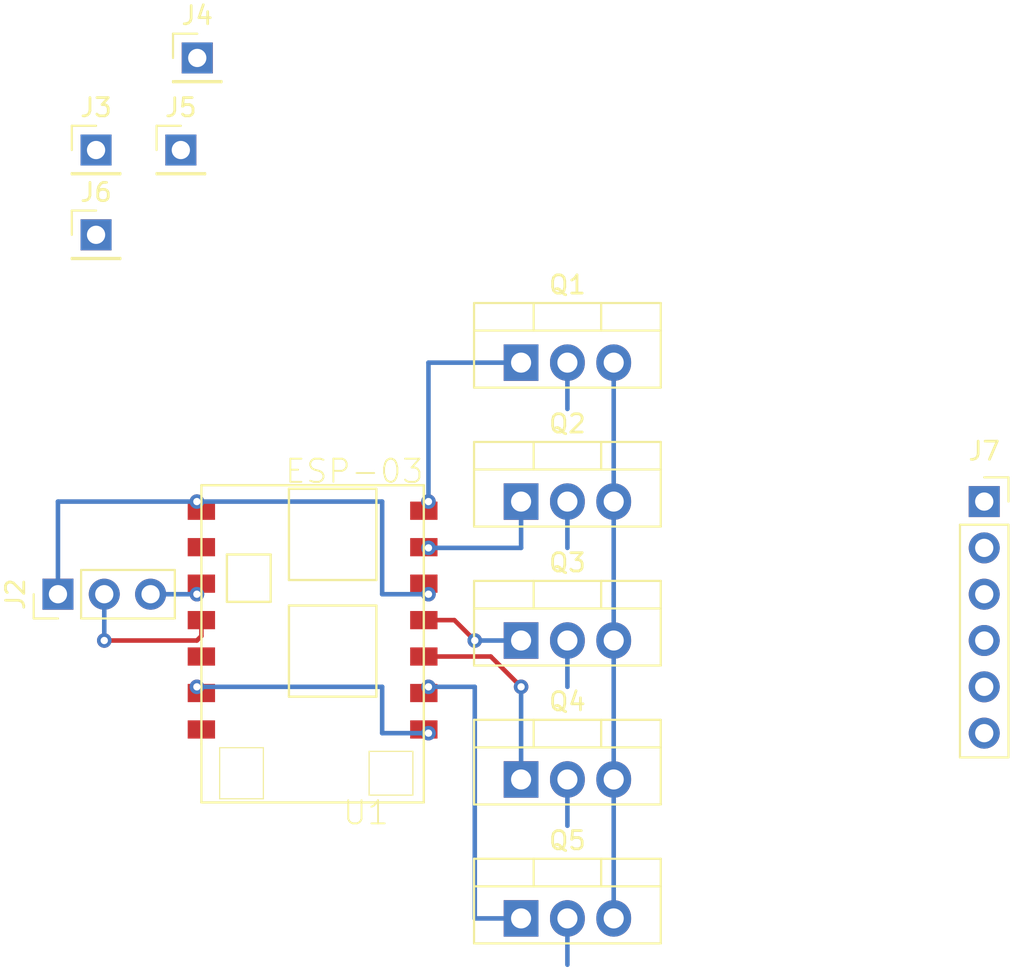
<source format=kicad_pcb>
(kicad_pcb (version 20171130) (host pcbnew 5.1.9+dfsg1-1)

  (general
    (thickness 1.6)
    (drawings 0)
    (tracks 67)
    (zones 0)
    (modules 12)
    (nets 16)
  )

  (page A4)
  (layers
    (0 F.Cu signal)
    (31 B.Cu signal)
    (32 B.Adhes user)
    (33 F.Adhes user)
    (34 B.Paste user)
    (35 F.Paste user)
    (36 B.SilkS user)
    (37 F.SilkS user)
    (38 B.Mask user)
    (39 F.Mask user)
    (40 Dwgs.User user)
    (41 Cmts.User user)
    (42 Eco1.User user)
    (43 Eco2.User user)
    (44 Edge.Cuts user)
    (45 Margin user)
    (46 B.CrtYd user)
    (47 F.CrtYd user)
    (48 B.Fab user)
    (49 F.Fab user)
  )

  (setup
    (last_trace_width 0.25)
    (trace_clearance 0.2)
    (zone_clearance 0.508)
    (zone_45_only no)
    (trace_min 0.2)
    (via_size 0.8)
    (via_drill 0.4)
    (via_min_size 0.4)
    (via_min_drill 0.3)
    (uvia_size 0.3)
    (uvia_drill 0.1)
    (uvias_allowed no)
    (uvia_min_size 0.2)
    (uvia_min_drill 0.1)
    (edge_width 0.1)
    (segment_width 0.2)
    (pcb_text_width 0.3)
    (pcb_text_size 1.5 1.5)
    (mod_edge_width 0.15)
    (mod_text_size 1 1)
    (mod_text_width 0.15)
    (pad_size 1.524 1.524)
    (pad_drill 0.762)
    (pad_to_mask_clearance 0)
    (aux_axis_origin 0 0)
    (visible_elements FFFFFF7F)
    (pcbplotparams
      (layerselection 0x010fc_ffffffff)
      (usegerberextensions false)
      (usegerberattributes true)
      (usegerberadvancedattributes true)
      (creategerberjobfile true)
      (excludeedgelayer true)
      (linewidth 0.100000)
      (plotframeref false)
      (viasonmask false)
      (mode 1)
      (useauxorigin false)
      (hpglpennumber 1)
      (hpglpenspeed 20)
      (hpglpendiameter 15.000000)
      (psnegative false)
      (psa4output false)
      (plotreference true)
      (plotvalue true)
      (plotinvisibletext false)
      (padsonsilk false)
      (subtractmaskfromsilk false)
      (outputformat 1)
      (mirror false)
      (drillshape 1)
      (scaleselection 1)
      (outputdirectory ""))
  )

  (net 0 "")
  (net 1 "Net-(J2-Pad2)")
  (net 2 GND)
  (net 3 "Net-(D1-Pad1)")
  (net 4 "Net-(J6-Pad1)")
  (net 5 "Net-(J7-Pad2)")
  (net 6 "Net-(Q1-Pad1)")
  (net 7 "Net-(J7-Pad3)")
  (net 8 "Net-(Q2-Pad1)")
  (net 9 "Net-(J7-Pad4)")
  (net 10 "Net-(Q3-Pad1)")
  (net 11 "Net-(J7-Pad5)")
  (net 12 "Net-(Q4-Pad1)")
  (net 13 "Net-(J7-Pad6)")
  (net 14 "Net-(Q5-Pad1)")
  (net 15 "Net-(J2-Pad3)")

  (net_class Default "Dies ist die voreingestellte Netzklasse."
    (clearance 0.2)
    (trace_width 0.25)
    (via_dia 0.8)
    (via_drill 0.4)
    (uvia_dia 0.3)
    (uvia_drill 0.1)
    (add_net GND)
    (add_net "Net-(D1-Pad1)")
    (add_net "Net-(J2-Pad2)")
    (add_net "Net-(J2-Pad3)")
    (add_net "Net-(J6-Pad1)")
    (add_net "Net-(J7-Pad2)")
    (add_net "Net-(J7-Pad3)")
    (add_net "Net-(J7-Pad4)")
    (add_net "Net-(J7-Pad5)")
    (add_net "Net-(J7-Pad6)")
    (add_net "Net-(Q1-Pad1)")
    (add_net "Net-(Q2-Pad1)")
    (add_net "Net-(Q3-Pad1)")
    (add_net "Net-(Q4-Pad1)")
    (add_net "Net-(Q5-Pad1)")
    (add_net "Net-(U1-Pad2)")
    (add_net "Net-(U1-Pad5)")
    (add_net "Net-(U1-Pad7)")
  )

  (module Connector_PinSocket_2.54mm:PinSocket_1x06_P2.54mm_Vertical (layer F.Cu) (tedit 5A19A430) (tstamp 601DCD2B)
    (at 121.92 114.3)
    (descr "Through hole straight socket strip, 1x06, 2.54mm pitch, single row (from Kicad 4.0.7), script generated")
    (tags "Through hole socket strip THT 1x06 2.54mm single row")
    (path /60248170)
    (fp_text reference J7 (at 0 -2.77) (layer F.SilkS)
      (effects (font (size 1 1) (thickness 0.15)))
    )
    (fp_text value Bulbs (at 0 15.47) (layer F.Fab)
      (effects (font (size 1 1) (thickness 0.15)))
    )
    (fp_text user %R (at 0 6.35 90) (layer F.Fab)
      (effects (font (size 1 1) (thickness 0.15)))
    )
    (fp_line (start -1.27 -1.27) (end 0.635 -1.27) (layer F.Fab) (width 0.1))
    (fp_line (start 0.635 -1.27) (end 1.27 -0.635) (layer F.Fab) (width 0.1))
    (fp_line (start 1.27 -0.635) (end 1.27 13.97) (layer F.Fab) (width 0.1))
    (fp_line (start 1.27 13.97) (end -1.27 13.97) (layer F.Fab) (width 0.1))
    (fp_line (start -1.27 13.97) (end -1.27 -1.27) (layer F.Fab) (width 0.1))
    (fp_line (start -1.33 1.27) (end 1.33 1.27) (layer F.SilkS) (width 0.12))
    (fp_line (start -1.33 1.27) (end -1.33 14.03) (layer F.SilkS) (width 0.12))
    (fp_line (start -1.33 14.03) (end 1.33 14.03) (layer F.SilkS) (width 0.12))
    (fp_line (start 1.33 1.27) (end 1.33 14.03) (layer F.SilkS) (width 0.12))
    (fp_line (start 1.33 -1.33) (end 1.33 0) (layer F.SilkS) (width 0.12))
    (fp_line (start 0 -1.33) (end 1.33 -1.33) (layer F.SilkS) (width 0.12))
    (fp_line (start -1.8 -1.8) (end 1.75 -1.8) (layer F.CrtYd) (width 0.05))
    (fp_line (start 1.75 -1.8) (end 1.75 14.45) (layer F.CrtYd) (width 0.05))
    (fp_line (start 1.75 14.45) (end -1.8 14.45) (layer F.CrtYd) (width 0.05))
    (fp_line (start -1.8 14.45) (end -1.8 -1.8) (layer F.CrtYd) (width 0.05))
    (pad 6 thru_hole oval (at 0 12.7) (size 1.7 1.7) (drill 1) (layers *.Cu *.Mask)
      (net 13 "Net-(J7-Pad6)"))
    (pad 5 thru_hole oval (at 0 10.16) (size 1.7 1.7) (drill 1) (layers *.Cu *.Mask)
      (net 11 "Net-(J7-Pad5)"))
    (pad 4 thru_hole oval (at 0 7.62) (size 1.7 1.7) (drill 1) (layers *.Cu *.Mask)
      (net 9 "Net-(J7-Pad4)"))
    (pad 3 thru_hole oval (at 0 5.08) (size 1.7 1.7) (drill 1) (layers *.Cu *.Mask)
      (net 7 "Net-(J7-Pad3)"))
    (pad 2 thru_hole oval (at 0 2.54) (size 1.7 1.7) (drill 1) (layers *.Cu *.Mask)
      (net 5 "Net-(J7-Pad2)"))
    (pad 1 thru_hole rect (at 0 0) (size 1.7 1.7) (drill 1) (layers *.Cu *.Mask)
      (net 3 "Net-(D1-Pad1)"))
    (model ${KISYS3DMOD}/Connector_PinSocket_2.54mm.3dshapes/PinSocket_1x06_P2.54mm_Vertical.wrl
      (at (xyz 0 0 0))
      (scale (xyz 1 1 1))
      (rotate (xyz 0 0 0))
    )
  )

  (module Connector_PinHeader_2.54mm:PinHeader_1x03_P2.54mm_Vertical (layer F.Cu) (tedit 59FED5CC) (tstamp 601DBD85)
    (at 71.12 119.38 90)
    (descr "Through hole straight pin header, 1x03, 2.54mm pitch, single row")
    (tags "Through hole pin header THT 1x03 2.54mm single row")
    (path /601DD31E)
    (fp_text reference J2 (at 0 -2.33 90) (layer F.SilkS)
      (effects (font (size 1 1) (thickness 0.15)))
    )
    (fp_text value Download (at 0 7.41 90) (layer F.Fab)
      (effects (font (size 1 1) (thickness 0.15)))
    )
    (fp_text user %R (at 0 2.54) (layer F.Fab)
      (effects (font (size 1 1) (thickness 0.15)))
    )
    (fp_line (start -0.635 -1.27) (end 1.27 -1.27) (layer F.Fab) (width 0.1))
    (fp_line (start 1.27 -1.27) (end 1.27 6.35) (layer F.Fab) (width 0.1))
    (fp_line (start 1.27 6.35) (end -1.27 6.35) (layer F.Fab) (width 0.1))
    (fp_line (start -1.27 6.35) (end -1.27 -0.635) (layer F.Fab) (width 0.1))
    (fp_line (start -1.27 -0.635) (end -0.635 -1.27) (layer F.Fab) (width 0.1))
    (fp_line (start -1.33 6.41) (end 1.33 6.41) (layer F.SilkS) (width 0.12))
    (fp_line (start -1.33 1.27) (end -1.33 6.41) (layer F.SilkS) (width 0.12))
    (fp_line (start 1.33 1.27) (end 1.33 6.41) (layer F.SilkS) (width 0.12))
    (fp_line (start -1.33 1.27) (end 1.33 1.27) (layer F.SilkS) (width 0.12))
    (fp_line (start -1.33 0) (end -1.33 -1.33) (layer F.SilkS) (width 0.12))
    (fp_line (start -1.33 -1.33) (end 0 -1.33) (layer F.SilkS) (width 0.12))
    (fp_line (start -1.8 -1.8) (end -1.8 6.85) (layer F.CrtYd) (width 0.05))
    (fp_line (start -1.8 6.85) (end 1.8 6.85) (layer F.CrtYd) (width 0.05))
    (fp_line (start 1.8 6.85) (end 1.8 -1.8) (layer F.CrtYd) (width 0.05))
    (fp_line (start 1.8 -1.8) (end -1.8 -1.8) (layer F.CrtYd) (width 0.05))
    (pad 3 thru_hole oval (at 0 5.08 90) (size 1.7 1.7) (drill 1) (layers *.Cu *.Mask)
      (net 15 "Net-(J2-Pad3)"))
    (pad 2 thru_hole oval (at 0 2.54 90) (size 1.7 1.7) (drill 1) (layers *.Cu *.Mask)
      (net 1 "Net-(J2-Pad2)"))
    (pad 1 thru_hole rect (at 0 0 90) (size 1.7 1.7) (drill 1) (layers *.Cu *.Mask)
      (net 2 GND))
    (model ${KISYS3DMOD}/Connector_PinHeader_2.54mm.3dshapes/PinHeader_1x03_P2.54mm_Vertical.wrl
      (at (xyz 0 0 0))
      (scale (xyz 1 1 1))
      (rotate (xyz 0 0 0))
    )
  )

  (module ESP8266:ESP-03 (layer F.Cu) (tedit 584770AC) (tstamp 601DC544)
    (at 91.186 127 180)
    (descr "Module, ESP-8266, ESP-03, 14 pad, SMD")
    (tags "Module ESP-8266 ESP8266")
    (path /601C5DF6)
    (attr smd)
    (fp_text reference U1 (at 3.17628 -4.36498) (layer F.SilkS)
      (effects (font (size 1.27 1.27) (thickness 0.1016)))
    )
    (fp_text value ESP-03 (at 3.81128 14.36498) (layer F.SilkS)
      (effects (font (size 1.27 1.27) (thickness 0.1016)))
    )
    (fp_line (start 0.60072 -0.99948) (end 3.00102 -0.99948) (layer F.SilkS) (width 0.06604))
    (fp_line (start 3.00102 -0.99948) (end 3.00102 -3.39978) (layer F.SilkS) (width 0.06604))
    (fp_line (start 0.60072 -3.39978) (end 3.00102 -3.39978) (layer F.SilkS) (width 0.06604))
    (fp_line (start 0.60072 -0.99948) (end 0.60072 -3.39978) (layer F.SilkS) (width 0.06604))
    (fp_line (start 8.79984 -0.79882) (end 11.1976 -0.79882) (layer F.SilkS) (width 0.06604))
    (fp_line (start 11.1976 -0.79882) (end 11.1976 -3.5979) (layer F.SilkS) (width 0.06604))
    (fp_line (start 8.79984 -3.5979) (end 11.1976 -3.5979) (layer F.SilkS) (width 0.06604))
    (fp_line (start 8.79984 -0.79882) (end 8.79984 -3.5979) (layer F.SilkS) (width 0.06604))
    (fp_line (start 0.00128 13.5979) (end 12.19836 13.5979) (layer F.SilkS) (width 0.127))
    (fp_line (start 0.00128 -3.79856) (end 12.19836 -3.79856) (layer F.SilkS) (width 0.127))
    (fp_line (start 12.19836 -3.79856) (end 12.19836 -0.59816) (layer F.SilkS) (width 0.127))
    (fp_line (start 12.19836 -0.59816) (end 12.19836 13.5979) (layer F.SilkS) (width 0.127))
    (fp_line (start 0.00128 -3.79856) (end 0.00128 -0.59816) (layer F.SilkS) (width 0.127))
    (fp_line (start 0.00128 -0.59816) (end 0.00128 13.5979) (layer F.SilkS) (width 0.127))
    (fp_line (start 7.39776 2.00026) (end 2.60224 2.00026) (layer F.SilkS) (width 0.127))
    (fp_line (start 2.60224 2.00026) (end 2.60224 6.99898) (layer F.SilkS) (width 0.127))
    (fp_line (start 2.60224 6.99898) (end 7.39776 6.99898) (layer F.SilkS) (width 0.127))
    (fp_line (start 7.39776 6.99898) (end 7.39776 2.00026) (layer F.SilkS) (width 0.127))
    (fp_line (start 10.79882 7.19964) (end 8.39852 7.19964) (layer F.SilkS) (width 0.127))
    (fp_line (start 8.39852 7.19964) (end 8.39852 9.79806) (layer F.SilkS) (width 0.127))
    (fp_line (start 8.39852 9.79806) (end 10.79882 9.79806) (layer F.SilkS) (width 0.127))
    (fp_line (start 10.79882 9.79806) (end 10.79882 7.19964) (layer F.SilkS) (width 0.127))
    (fp_line (start 7.39776 8.39852) (end 2.60224 8.39852) (layer F.SilkS) (width 0.127))
    (fp_line (start 2.60224 8.39852) (end 2.60224 13.39978) (layer F.SilkS) (width 0.127))
    (fp_line (start 2.60224 13.39978) (end 7.39776 13.39978) (layer F.SilkS) (width 0.127))
    (fp_line (start 7.39776 13.39978) (end 7.39776 8.39852) (layer F.SilkS) (width 0.127))
    (pad 8 smd rect (at 0 0.20194 180) (size 1.5 1) (layers F.Cu F.Paste F.Mask)
      (net 4 "Net-(J6-Pad1)"))
    (pad 3 smd rect (at 12.2 8.19786 180) (size 1.5 1) (layers F.Cu F.Paste F.Mask)
      (net 15 "Net-(J2-Pad3)"))
    (pad 4 smd rect (at 12.2 6.19888 180) (size 1.5 1) (layers F.Cu F.Paste F.Mask)
      (net 1 "Net-(J2-Pad2)"))
    (pad 2 smd rect (at 12.2 10.19938 180) (size 1.5 1) (layers F.Cu F.Paste F.Mask))
    (pad 5 smd rect (at 12.2 4.20244 180) (size 1.5 1) (layers F.Cu F.Paste F.Mask))
    (pad 12 smd rect (at 0 8.19786 180) (size 1.5 1) (layers F.Cu F.Paste F.Mask)
      (net 2 GND))
    (pad 9 smd rect (at 0 2.20092 180) (size 1.5 1) (layers F.Cu F.Paste F.Mask)
      (net 14 "Net-(Q5-Pad1)"))
    (pad 11 smd rect (at 0 6.19888 180) (size 1.5 1) (layers F.Cu F.Paste F.Mask)
      (net 10 "Net-(Q3-Pad1)"))
    (pad 10 smd rect (at 0 4.20244 180) (size 1.5 1) (layers F.Cu F.Paste F.Mask)
      (net 12 "Net-(Q4-Pad1)"))
    (pad 13 smd rect (at 0 10.19938 180) (size 1.5 1) (layers F.Cu F.Paste F.Mask)
      (net 8 "Net-(Q2-Pad1)"))
    (pad 14 smd rect (at 0 12.19836 180) (size 1.5 1) (layers F.Cu F.Paste F.Mask)
      (net 6 "Net-(Q1-Pad1)"))
    (pad 1 smd rect (at 12.2 12.19836 180) (size 1.5 1) (layers F.Cu F.Paste F.Mask)
      (net 2 GND))
    (pad 6 smd rect (at 12.2 2.20092 180) (size 1.5 1) (layers F.Cu F.Paste F.Mask)
      (net 4 "Net-(J6-Pad1)"))
    (pad 7 smd rect (at 12.2 0.20194 180) (size 1.5 1) (layers F.Cu F.Paste F.Mask))
  )

  (module Package_TO_SOT_THT:TO-220-3_Vertical (layer F.Cu) (tedit 5AC8BA0D) (tstamp 601DBE5B)
    (at 96.52 137.16)
    (descr "TO-220-3, Vertical, RM 2.54mm, see https://www.vishay.com/docs/66542/to-220-1.pdf")
    (tags "TO-220-3 Vertical RM 2.54mm")
    (path /6020757A)
    (fp_text reference Q5 (at 2.54 -4.27) (layer F.SilkS)
      (effects (font (size 1 1) (thickness 0.15)))
    )
    (fp_text value IPP60R750 (at 2.54 2.5) (layer F.Fab)
      (effects (font (size 1 1) (thickness 0.15)))
    )
    (fp_text user %R (at 2.54 -4.27) (layer F.Fab)
      (effects (font (size 1 1) (thickness 0.15)))
    )
    (fp_line (start -2.46 -3.15) (end -2.46 1.25) (layer F.Fab) (width 0.1))
    (fp_line (start -2.46 1.25) (end 7.54 1.25) (layer F.Fab) (width 0.1))
    (fp_line (start 7.54 1.25) (end 7.54 -3.15) (layer F.Fab) (width 0.1))
    (fp_line (start 7.54 -3.15) (end -2.46 -3.15) (layer F.Fab) (width 0.1))
    (fp_line (start -2.46 -1.88) (end 7.54 -1.88) (layer F.Fab) (width 0.1))
    (fp_line (start 0.69 -3.15) (end 0.69 -1.88) (layer F.Fab) (width 0.1))
    (fp_line (start 4.39 -3.15) (end 4.39 -1.88) (layer F.Fab) (width 0.1))
    (fp_line (start -2.58 -3.27) (end 7.66 -3.27) (layer F.SilkS) (width 0.12))
    (fp_line (start -2.58 1.371) (end 7.66 1.371) (layer F.SilkS) (width 0.12))
    (fp_line (start -2.58 -3.27) (end -2.58 1.371) (layer F.SilkS) (width 0.12))
    (fp_line (start 7.66 -3.27) (end 7.66 1.371) (layer F.SilkS) (width 0.12))
    (fp_line (start -2.58 -1.76) (end 7.66 -1.76) (layer F.SilkS) (width 0.12))
    (fp_line (start 0.69 -3.27) (end 0.69 -1.76) (layer F.SilkS) (width 0.12))
    (fp_line (start 4.391 -3.27) (end 4.391 -1.76) (layer F.SilkS) (width 0.12))
    (fp_line (start -2.71 -3.4) (end -2.71 1.51) (layer F.CrtYd) (width 0.05))
    (fp_line (start -2.71 1.51) (end 7.79 1.51) (layer F.CrtYd) (width 0.05))
    (fp_line (start 7.79 1.51) (end 7.79 -3.4) (layer F.CrtYd) (width 0.05))
    (fp_line (start 7.79 -3.4) (end -2.71 -3.4) (layer F.CrtYd) (width 0.05))
    (pad 3 thru_hole oval (at 5.08 0) (size 1.905 2) (drill 1.1) (layers *.Cu *.Mask)
      (net 2 GND))
    (pad 2 thru_hole oval (at 2.54 0) (size 1.905 2) (drill 1.1) (layers *.Cu *.Mask)
      (net 13 "Net-(J7-Pad6)"))
    (pad 1 thru_hole rect (at 0 0) (size 1.905 2) (drill 1.1) (layers *.Cu *.Mask)
      (net 14 "Net-(Q5-Pad1)"))
    (model ${KISYS3DMOD}/Package_TO_SOT_THT.3dshapes/TO-220-3_Vertical.wrl
      (at (xyz 0 0 0))
      (scale (xyz 1 1 1))
      (rotate (xyz 0 0 0))
    )
  )

  (module Package_TO_SOT_THT:TO-220-3_Vertical (layer F.Cu) (tedit 5AC8BA0D) (tstamp 601DBE41)
    (at 96.52 129.54)
    (descr "TO-220-3, Vertical, RM 2.54mm, see https://www.vishay.com/docs/66542/to-220-1.pdf")
    (tags "TO-220-3 Vertical RM 2.54mm")
    (path /6020F7C4)
    (fp_text reference Q4 (at 2.54 -4.27) (layer F.SilkS)
      (effects (font (size 1 1) (thickness 0.15)))
    )
    (fp_text value IPP60R750 (at 2.54 2.5) (layer F.Fab)
      (effects (font (size 1 1) (thickness 0.15)))
    )
    (fp_text user %R (at 2.54 -4.27) (layer F.Fab)
      (effects (font (size 1 1) (thickness 0.15)))
    )
    (fp_line (start -2.46 -3.15) (end -2.46 1.25) (layer F.Fab) (width 0.1))
    (fp_line (start -2.46 1.25) (end 7.54 1.25) (layer F.Fab) (width 0.1))
    (fp_line (start 7.54 1.25) (end 7.54 -3.15) (layer F.Fab) (width 0.1))
    (fp_line (start 7.54 -3.15) (end -2.46 -3.15) (layer F.Fab) (width 0.1))
    (fp_line (start -2.46 -1.88) (end 7.54 -1.88) (layer F.Fab) (width 0.1))
    (fp_line (start 0.69 -3.15) (end 0.69 -1.88) (layer F.Fab) (width 0.1))
    (fp_line (start 4.39 -3.15) (end 4.39 -1.88) (layer F.Fab) (width 0.1))
    (fp_line (start -2.58 -3.27) (end 7.66 -3.27) (layer F.SilkS) (width 0.12))
    (fp_line (start -2.58 1.371) (end 7.66 1.371) (layer F.SilkS) (width 0.12))
    (fp_line (start -2.58 -3.27) (end -2.58 1.371) (layer F.SilkS) (width 0.12))
    (fp_line (start 7.66 -3.27) (end 7.66 1.371) (layer F.SilkS) (width 0.12))
    (fp_line (start -2.58 -1.76) (end 7.66 -1.76) (layer F.SilkS) (width 0.12))
    (fp_line (start 0.69 -3.27) (end 0.69 -1.76) (layer F.SilkS) (width 0.12))
    (fp_line (start 4.391 -3.27) (end 4.391 -1.76) (layer F.SilkS) (width 0.12))
    (fp_line (start -2.71 -3.4) (end -2.71 1.51) (layer F.CrtYd) (width 0.05))
    (fp_line (start -2.71 1.51) (end 7.79 1.51) (layer F.CrtYd) (width 0.05))
    (fp_line (start 7.79 1.51) (end 7.79 -3.4) (layer F.CrtYd) (width 0.05))
    (fp_line (start 7.79 -3.4) (end -2.71 -3.4) (layer F.CrtYd) (width 0.05))
    (pad 3 thru_hole oval (at 5.08 0) (size 1.905 2) (drill 1.1) (layers *.Cu *.Mask)
      (net 2 GND))
    (pad 2 thru_hole oval (at 2.54 0) (size 1.905 2) (drill 1.1) (layers *.Cu *.Mask)
      (net 11 "Net-(J7-Pad5)"))
    (pad 1 thru_hole rect (at 0 0) (size 1.905 2) (drill 1.1) (layers *.Cu *.Mask)
      (net 12 "Net-(Q4-Pad1)"))
    (model ${KISYS3DMOD}/Package_TO_SOT_THT.3dshapes/TO-220-3_Vertical.wrl
      (at (xyz 0 0 0))
      (scale (xyz 1 1 1))
      (rotate (xyz 0 0 0))
    )
  )

  (module Package_TO_SOT_THT:TO-220-3_Vertical (layer F.Cu) (tedit 5AC8BA0D) (tstamp 601DBE27)
    (at 96.52 121.92)
    (descr "TO-220-3, Vertical, RM 2.54mm, see https://www.vishay.com/docs/66542/to-220-1.pdf")
    (tags "TO-220-3 Vertical RM 2.54mm")
    (path /602118CD)
    (fp_text reference Q3 (at 2.54 -4.27) (layer F.SilkS)
      (effects (font (size 1 1) (thickness 0.15)))
    )
    (fp_text value IPP60R750 (at 2.54 2.5) (layer F.Fab)
      (effects (font (size 1 1) (thickness 0.15)))
    )
    (fp_text user %R (at 2.54 -4.27) (layer F.Fab)
      (effects (font (size 1 1) (thickness 0.15)))
    )
    (fp_line (start -2.46 -3.15) (end -2.46 1.25) (layer F.Fab) (width 0.1))
    (fp_line (start -2.46 1.25) (end 7.54 1.25) (layer F.Fab) (width 0.1))
    (fp_line (start 7.54 1.25) (end 7.54 -3.15) (layer F.Fab) (width 0.1))
    (fp_line (start 7.54 -3.15) (end -2.46 -3.15) (layer F.Fab) (width 0.1))
    (fp_line (start -2.46 -1.88) (end 7.54 -1.88) (layer F.Fab) (width 0.1))
    (fp_line (start 0.69 -3.15) (end 0.69 -1.88) (layer F.Fab) (width 0.1))
    (fp_line (start 4.39 -3.15) (end 4.39 -1.88) (layer F.Fab) (width 0.1))
    (fp_line (start -2.58 -3.27) (end 7.66 -3.27) (layer F.SilkS) (width 0.12))
    (fp_line (start -2.58 1.371) (end 7.66 1.371) (layer F.SilkS) (width 0.12))
    (fp_line (start -2.58 -3.27) (end -2.58 1.371) (layer F.SilkS) (width 0.12))
    (fp_line (start 7.66 -3.27) (end 7.66 1.371) (layer F.SilkS) (width 0.12))
    (fp_line (start -2.58 -1.76) (end 7.66 -1.76) (layer F.SilkS) (width 0.12))
    (fp_line (start 0.69 -3.27) (end 0.69 -1.76) (layer F.SilkS) (width 0.12))
    (fp_line (start 4.391 -3.27) (end 4.391 -1.76) (layer F.SilkS) (width 0.12))
    (fp_line (start -2.71 -3.4) (end -2.71 1.51) (layer F.CrtYd) (width 0.05))
    (fp_line (start -2.71 1.51) (end 7.79 1.51) (layer F.CrtYd) (width 0.05))
    (fp_line (start 7.79 1.51) (end 7.79 -3.4) (layer F.CrtYd) (width 0.05))
    (fp_line (start 7.79 -3.4) (end -2.71 -3.4) (layer F.CrtYd) (width 0.05))
    (pad 3 thru_hole oval (at 5.08 0) (size 1.905 2) (drill 1.1) (layers *.Cu *.Mask)
      (net 2 GND))
    (pad 2 thru_hole oval (at 2.54 0) (size 1.905 2) (drill 1.1) (layers *.Cu *.Mask)
      (net 9 "Net-(J7-Pad4)"))
    (pad 1 thru_hole rect (at 0 0) (size 1.905 2) (drill 1.1) (layers *.Cu *.Mask)
      (net 10 "Net-(Q3-Pad1)"))
    (model ${KISYS3DMOD}/Package_TO_SOT_THT.3dshapes/TO-220-3_Vertical.wrl
      (at (xyz 0 0 0))
      (scale (xyz 1 1 1))
      (rotate (xyz 0 0 0))
    )
  )

  (module Package_TO_SOT_THT:TO-220-3_Vertical (layer F.Cu) (tedit 5AC8BA0D) (tstamp 601DBE0D)
    (at 96.52 114.3)
    (descr "TO-220-3, Vertical, RM 2.54mm, see https://www.vishay.com/docs/66542/to-220-1.pdf")
    (tags "TO-220-3 Vertical RM 2.54mm")
    (path /60222EF4)
    (fp_text reference Q2 (at 2.54 -4.27) (layer F.SilkS)
      (effects (font (size 1 1) (thickness 0.15)))
    )
    (fp_text value IPP60R750 (at 2.54 2.5) (layer F.Fab)
      (effects (font (size 1 1) (thickness 0.15)))
    )
    (fp_text user %R (at 2.54 -4.27) (layer F.Fab)
      (effects (font (size 1 1) (thickness 0.15)))
    )
    (fp_line (start -2.46 -3.15) (end -2.46 1.25) (layer F.Fab) (width 0.1))
    (fp_line (start -2.46 1.25) (end 7.54 1.25) (layer F.Fab) (width 0.1))
    (fp_line (start 7.54 1.25) (end 7.54 -3.15) (layer F.Fab) (width 0.1))
    (fp_line (start 7.54 -3.15) (end -2.46 -3.15) (layer F.Fab) (width 0.1))
    (fp_line (start -2.46 -1.88) (end 7.54 -1.88) (layer F.Fab) (width 0.1))
    (fp_line (start 0.69 -3.15) (end 0.69 -1.88) (layer F.Fab) (width 0.1))
    (fp_line (start 4.39 -3.15) (end 4.39 -1.88) (layer F.Fab) (width 0.1))
    (fp_line (start -2.58 -3.27) (end 7.66 -3.27) (layer F.SilkS) (width 0.12))
    (fp_line (start -2.58 1.371) (end 7.66 1.371) (layer F.SilkS) (width 0.12))
    (fp_line (start -2.58 -3.27) (end -2.58 1.371) (layer F.SilkS) (width 0.12))
    (fp_line (start 7.66 -3.27) (end 7.66 1.371) (layer F.SilkS) (width 0.12))
    (fp_line (start -2.58 -1.76) (end 7.66 -1.76) (layer F.SilkS) (width 0.12))
    (fp_line (start 0.69 -3.27) (end 0.69 -1.76) (layer F.SilkS) (width 0.12))
    (fp_line (start 4.391 -3.27) (end 4.391 -1.76) (layer F.SilkS) (width 0.12))
    (fp_line (start -2.71 -3.4) (end -2.71 1.51) (layer F.CrtYd) (width 0.05))
    (fp_line (start -2.71 1.51) (end 7.79 1.51) (layer F.CrtYd) (width 0.05))
    (fp_line (start 7.79 1.51) (end 7.79 -3.4) (layer F.CrtYd) (width 0.05))
    (fp_line (start 7.79 -3.4) (end -2.71 -3.4) (layer F.CrtYd) (width 0.05))
    (pad 3 thru_hole oval (at 5.08 0) (size 1.905 2) (drill 1.1) (layers *.Cu *.Mask)
      (net 2 GND))
    (pad 2 thru_hole oval (at 2.54 0) (size 1.905 2) (drill 1.1) (layers *.Cu *.Mask)
      (net 7 "Net-(J7-Pad3)"))
    (pad 1 thru_hole rect (at 0 0) (size 1.905 2) (drill 1.1) (layers *.Cu *.Mask)
      (net 8 "Net-(Q2-Pad1)"))
    (model ${KISYS3DMOD}/Package_TO_SOT_THT.3dshapes/TO-220-3_Vertical.wrl
      (at (xyz 0 0 0))
      (scale (xyz 1 1 1))
      (rotate (xyz 0 0 0))
    )
  )

  (module Package_TO_SOT_THT:TO-220-3_Vertical (layer F.Cu) (tedit 5AC8BA0D) (tstamp 601DBDF3)
    (at 96.52 106.68)
    (descr "TO-220-3, Vertical, RM 2.54mm, see https://www.vishay.com/docs/66542/to-220-1.pdf")
    (tags "TO-220-3 Vertical RM 2.54mm")
    (path /6021B9A6)
    (fp_text reference Q1 (at 2.54 -4.27) (layer F.SilkS)
      (effects (font (size 1 1) (thickness 0.15)))
    )
    (fp_text value IPP60R750 (at 2.54 2.5) (layer F.Fab)
      (effects (font (size 1 1) (thickness 0.15)))
    )
    (fp_text user %R (at 2.54 -4.27) (layer F.Fab)
      (effects (font (size 1 1) (thickness 0.15)))
    )
    (fp_line (start -2.46 -3.15) (end -2.46 1.25) (layer F.Fab) (width 0.1))
    (fp_line (start -2.46 1.25) (end 7.54 1.25) (layer F.Fab) (width 0.1))
    (fp_line (start 7.54 1.25) (end 7.54 -3.15) (layer F.Fab) (width 0.1))
    (fp_line (start 7.54 -3.15) (end -2.46 -3.15) (layer F.Fab) (width 0.1))
    (fp_line (start -2.46 -1.88) (end 7.54 -1.88) (layer F.Fab) (width 0.1))
    (fp_line (start 0.69 -3.15) (end 0.69 -1.88) (layer F.Fab) (width 0.1))
    (fp_line (start 4.39 -3.15) (end 4.39 -1.88) (layer F.Fab) (width 0.1))
    (fp_line (start -2.58 -3.27) (end 7.66 -3.27) (layer F.SilkS) (width 0.12))
    (fp_line (start -2.58 1.371) (end 7.66 1.371) (layer F.SilkS) (width 0.12))
    (fp_line (start -2.58 -3.27) (end -2.58 1.371) (layer F.SilkS) (width 0.12))
    (fp_line (start 7.66 -3.27) (end 7.66 1.371) (layer F.SilkS) (width 0.12))
    (fp_line (start -2.58 -1.76) (end 7.66 -1.76) (layer F.SilkS) (width 0.12))
    (fp_line (start 0.69 -3.27) (end 0.69 -1.76) (layer F.SilkS) (width 0.12))
    (fp_line (start 4.391 -3.27) (end 4.391 -1.76) (layer F.SilkS) (width 0.12))
    (fp_line (start -2.71 -3.4) (end -2.71 1.51) (layer F.CrtYd) (width 0.05))
    (fp_line (start -2.71 1.51) (end 7.79 1.51) (layer F.CrtYd) (width 0.05))
    (fp_line (start 7.79 1.51) (end 7.79 -3.4) (layer F.CrtYd) (width 0.05))
    (fp_line (start 7.79 -3.4) (end -2.71 -3.4) (layer F.CrtYd) (width 0.05))
    (pad 3 thru_hole oval (at 5.08 0) (size 1.905 2) (drill 1.1) (layers *.Cu *.Mask)
      (net 2 GND))
    (pad 2 thru_hole oval (at 2.54 0) (size 1.905 2) (drill 1.1) (layers *.Cu *.Mask)
      (net 5 "Net-(J7-Pad2)"))
    (pad 1 thru_hole rect (at 0 0) (size 1.905 2) (drill 1.1) (layers *.Cu *.Mask)
      (net 6 "Net-(Q1-Pad1)"))
    (model ${KISYS3DMOD}/Package_TO_SOT_THT.3dshapes/TO-220-3_Vertical.wrl
      (at (xyz 0 0 0))
      (scale (xyz 1 1 1))
      (rotate (xyz 0 0 0))
    )
  )

  (module Connector_PinHeader_2.54mm:PinHeader_1x01_P2.54mm_Vertical (layer F.Cu) (tedit 59FED5CC) (tstamp 601DBDD9)
    (at 73.21 99.67)
    (descr "Through hole straight pin header, 1x01, 2.54mm pitch, single row")
    (tags "Through hole pin header THT 1x01 2.54mm single row")
    (path /6021A11C)
    (fp_text reference J6 (at 0 -2.33) (layer F.SilkS)
      (effects (font (size 1 1) (thickness 0.15)))
    )
    (fp_text value 2V6 (at 0 2.33) (layer F.Fab)
      (effects (font (size 1 1) (thickness 0.15)))
    )
    (fp_text user %R (at 0 0 90) (layer F.Fab)
      (effects (font (size 1 1) (thickness 0.15)))
    )
    (fp_line (start -0.635 -1.27) (end 1.27 -1.27) (layer F.Fab) (width 0.1))
    (fp_line (start 1.27 -1.27) (end 1.27 1.27) (layer F.Fab) (width 0.1))
    (fp_line (start 1.27 1.27) (end -1.27 1.27) (layer F.Fab) (width 0.1))
    (fp_line (start -1.27 1.27) (end -1.27 -0.635) (layer F.Fab) (width 0.1))
    (fp_line (start -1.27 -0.635) (end -0.635 -1.27) (layer F.Fab) (width 0.1))
    (fp_line (start -1.33 1.33) (end 1.33 1.33) (layer F.SilkS) (width 0.12))
    (fp_line (start -1.33 1.27) (end -1.33 1.33) (layer F.SilkS) (width 0.12))
    (fp_line (start 1.33 1.27) (end 1.33 1.33) (layer F.SilkS) (width 0.12))
    (fp_line (start -1.33 1.27) (end 1.33 1.27) (layer F.SilkS) (width 0.12))
    (fp_line (start -1.33 0) (end -1.33 -1.33) (layer F.SilkS) (width 0.12))
    (fp_line (start -1.33 -1.33) (end 0 -1.33) (layer F.SilkS) (width 0.12))
    (fp_line (start -1.8 -1.8) (end -1.8 1.8) (layer F.CrtYd) (width 0.05))
    (fp_line (start -1.8 1.8) (end 1.8 1.8) (layer F.CrtYd) (width 0.05))
    (fp_line (start 1.8 1.8) (end 1.8 -1.8) (layer F.CrtYd) (width 0.05))
    (fp_line (start 1.8 -1.8) (end -1.8 -1.8) (layer F.CrtYd) (width 0.05))
    (pad 1 thru_hole rect (at 0 0) (size 1.7 1.7) (drill 1) (layers *.Cu *.Mask)
      (net 4 "Net-(J6-Pad1)"))
    (model ${KISYS3DMOD}/Connector_PinHeader_2.54mm.3dshapes/PinHeader_1x01_P2.54mm_Vertical.wrl
      (at (xyz 0 0 0))
      (scale (xyz 1 1 1))
      (rotate (xyz 0 0 0))
    )
  )

  (module Connector_PinHeader_2.54mm:PinHeader_1x01_P2.54mm_Vertical (layer F.Cu) (tedit 59FED5CC) (tstamp 601DBDC4)
    (at 77.86 95.02)
    (descr "Through hole straight pin header, 1x01, 2.54mm pitch, single row")
    (tags "Through hole pin header THT 1x01 2.54mm single row")
    (path /6021B4A7)
    (fp_text reference J5 (at 0 -2.33) (layer F.SilkS)
      (effects (font (size 1 1) (thickness 0.15)))
    )
    (fp_text value 230V (at 0 2.33) (layer F.Fab)
      (effects (font (size 1 1) (thickness 0.15)))
    )
    (fp_text user %R (at 0 0 90) (layer F.Fab)
      (effects (font (size 1 1) (thickness 0.15)))
    )
    (fp_line (start -0.635 -1.27) (end 1.27 -1.27) (layer F.Fab) (width 0.1))
    (fp_line (start 1.27 -1.27) (end 1.27 1.27) (layer F.Fab) (width 0.1))
    (fp_line (start 1.27 1.27) (end -1.27 1.27) (layer F.Fab) (width 0.1))
    (fp_line (start -1.27 1.27) (end -1.27 -0.635) (layer F.Fab) (width 0.1))
    (fp_line (start -1.27 -0.635) (end -0.635 -1.27) (layer F.Fab) (width 0.1))
    (fp_line (start -1.33 1.33) (end 1.33 1.33) (layer F.SilkS) (width 0.12))
    (fp_line (start -1.33 1.27) (end -1.33 1.33) (layer F.SilkS) (width 0.12))
    (fp_line (start 1.33 1.27) (end 1.33 1.33) (layer F.SilkS) (width 0.12))
    (fp_line (start -1.33 1.27) (end 1.33 1.27) (layer F.SilkS) (width 0.12))
    (fp_line (start -1.33 0) (end -1.33 -1.33) (layer F.SilkS) (width 0.12))
    (fp_line (start -1.33 -1.33) (end 0 -1.33) (layer F.SilkS) (width 0.12))
    (fp_line (start -1.8 -1.8) (end -1.8 1.8) (layer F.CrtYd) (width 0.05))
    (fp_line (start -1.8 1.8) (end 1.8 1.8) (layer F.CrtYd) (width 0.05))
    (fp_line (start 1.8 1.8) (end 1.8 -1.8) (layer F.CrtYd) (width 0.05))
    (fp_line (start 1.8 -1.8) (end -1.8 -1.8) (layer F.CrtYd) (width 0.05))
    (pad 1 thru_hole rect (at 0 0) (size 1.7 1.7) (drill 1) (layers *.Cu *.Mask)
      (net 3 "Net-(D1-Pad1)"))
    (model ${KISYS3DMOD}/Connector_PinHeader_2.54mm.3dshapes/PinHeader_1x01_P2.54mm_Vertical.wrl
      (at (xyz 0 0 0))
      (scale (xyz 1 1 1))
      (rotate (xyz 0 0 0))
    )
  )

  (module Connector_PinHeader_2.54mm:PinHeader_1x01_P2.54mm_Vertical (layer F.Cu) (tedit 59FED5CC) (tstamp 601DBDAF)
    (at 78.76 89.97)
    (descr "Through hole straight pin header, 1x01, 2.54mm pitch, single row")
    (tags "Through hole pin header THT 1x01 2.54mm single row")
    (path /6021C174)
    (fp_text reference J4 (at 0 -2.33) (layer F.SilkS)
      (effects (font (size 1 1) (thickness 0.15)))
    )
    (fp_text value GND (at 0 2.33) (layer F.Fab)
      (effects (font (size 1 1) (thickness 0.15)))
    )
    (fp_text user %R (at 0 0 90) (layer F.Fab)
      (effects (font (size 1 1) (thickness 0.15)))
    )
    (fp_line (start -0.635 -1.27) (end 1.27 -1.27) (layer F.Fab) (width 0.1))
    (fp_line (start 1.27 -1.27) (end 1.27 1.27) (layer F.Fab) (width 0.1))
    (fp_line (start 1.27 1.27) (end -1.27 1.27) (layer F.Fab) (width 0.1))
    (fp_line (start -1.27 1.27) (end -1.27 -0.635) (layer F.Fab) (width 0.1))
    (fp_line (start -1.27 -0.635) (end -0.635 -1.27) (layer F.Fab) (width 0.1))
    (fp_line (start -1.33 1.33) (end 1.33 1.33) (layer F.SilkS) (width 0.12))
    (fp_line (start -1.33 1.27) (end -1.33 1.33) (layer F.SilkS) (width 0.12))
    (fp_line (start 1.33 1.27) (end 1.33 1.33) (layer F.SilkS) (width 0.12))
    (fp_line (start -1.33 1.27) (end 1.33 1.27) (layer F.SilkS) (width 0.12))
    (fp_line (start -1.33 0) (end -1.33 -1.33) (layer F.SilkS) (width 0.12))
    (fp_line (start -1.33 -1.33) (end 0 -1.33) (layer F.SilkS) (width 0.12))
    (fp_line (start -1.8 -1.8) (end -1.8 1.8) (layer F.CrtYd) (width 0.05))
    (fp_line (start -1.8 1.8) (end 1.8 1.8) (layer F.CrtYd) (width 0.05))
    (fp_line (start 1.8 1.8) (end 1.8 -1.8) (layer F.CrtYd) (width 0.05))
    (fp_line (start 1.8 -1.8) (end -1.8 -1.8) (layer F.CrtYd) (width 0.05))
    (pad 1 thru_hole rect (at 0 0) (size 1.7 1.7) (drill 1) (layers *.Cu *.Mask)
      (net 2 GND))
    (model ${KISYS3DMOD}/Connector_PinHeader_2.54mm.3dshapes/PinHeader_1x01_P2.54mm_Vertical.wrl
      (at (xyz 0 0 0))
      (scale (xyz 1 1 1))
      (rotate (xyz 0 0 0))
    )
  )

  (module Connector_PinHeader_2.54mm:PinHeader_1x01_P2.54mm_Vertical (layer F.Cu) (tedit 59FED5CC) (tstamp 601DBD9A)
    (at 73.21 95.02)
    (descr "Through hole straight pin header, 1x01, 2.54mm pitch, single row")
    (tags "Through hole pin header THT 1x01 2.54mm single row")
    (path /6021E505)
    (fp_text reference J3 (at 0 -2.33) (layer F.SilkS)
      (effects (font (size 1 1) (thickness 0.15)))
    )
    (fp_text value GND (at 0 2.33) (layer F.Fab)
      (effects (font (size 1 1) (thickness 0.15)))
    )
    (fp_text user %R (at 0 0 90) (layer F.Fab)
      (effects (font (size 1 1) (thickness 0.15)))
    )
    (fp_line (start -0.635 -1.27) (end 1.27 -1.27) (layer F.Fab) (width 0.1))
    (fp_line (start 1.27 -1.27) (end 1.27 1.27) (layer F.Fab) (width 0.1))
    (fp_line (start 1.27 1.27) (end -1.27 1.27) (layer F.Fab) (width 0.1))
    (fp_line (start -1.27 1.27) (end -1.27 -0.635) (layer F.Fab) (width 0.1))
    (fp_line (start -1.27 -0.635) (end -0.635 -1.27) (layer F.Fab) (width 0.1))
    (fp_line (start -1.33 1.33) (end 1.33 1.33) (layer F.SilkS) (width 0.12))
    (fp_line (start -1.33 1.27) (end -1.33 1.33) (layer F.SilkS) (width 0.12))
    (fp_line (start 1.33 1.27) (end 1.33 1.33) (layer F.SilkS) (width 0.12))
    (fp_line (start -1.33 1.27) (end 1.33 1.27) (layer F.SilkS) (width 0.12))
    (fp_line (start -1.33 0) (end -1.33 -1.33) (layer F.SilkS) (width 0.12))
    (fp_line (start -1.33 -1.33) (end 0 -1.33) (layer F.SilkS) (width 0.12))
    (fp_line (start -1.8 -1.8) (end -1.8 1.8) (layer F.CrtYd) (width 0.05))
    (fp_line (start -1.8 1.8) (end 1.8 1.8) (layer F.CrtYd) (width 0.05))
    (fp_line (start 1.8 1.8) (end 1.8 -1.8) (layer F.CrtYd) (width 0.05))
    (fp_line (start 1.8 -1.8) (end -1.8 -1.8) (layer F.CrtYd) (width 0.05))
    (pad 1 thru_hole rect (at 0 0) (size 1.7 1.7) (drill 1) (layers *.Cu *.Mask)
      (net 2 GND))
    (model ${KISYS3DMOD}/Connector_PinHeader_2.54mm.3dshapes/PinHeader_1x01_P2.54mm_Vertical.wrl
      (at (xyz 0 0 0))
      (scale (xyz 1 1 1))
      (rotate (xyz 0 0 0))
    )
  )

  (segment (start 73.66 119.38) (end 73.66 121.92) (width 0.25) (layer B.Cu) (net 1))
  (segment (start 73.66 121.92) (end 73.66 121.92) (width 0.25) (layer B.Cu) (net 1) (tstamp 601DD3AA))
  (via (at 73.66 121.92) (size 0.8) (drill 0.4) (layers F.Cu B.Cu) (net 1))
  (segment (start 78.986 120.80112) (end 78.986 121.674) (width 0.25) (layer F.Cu) (net 1))
  (segment (start 78.74 121.92) (end 73.66 121.92) (width 0.25) (layer F.Cu) (net 1))
  (segment (start 78.986 121.674) (end 78.74 121.92) (width 0.25) (layer F.Cu) (net 1))
  (segment (start 99.06 106.68) (end 99.06 109.22) (width 0.25) (layer B.Cu) (net 5))
  (segment (start 99.06 114.3) (end 99.06 116.84) (width 0.25) (layer B.Cu) (net 7))
  (segment (start 99.06 121.92) (end 99.06 124.46) (width 0.25) (layer B.Cu) (net 9))
  (segment (start 99.06 129.54) (end 99.06 132.08) (width 0.25) (layer B.Cu) (net 11))
  (segment (start 99.06 137.16) (end 99.06 139.7) (width 0.25) (layer B.Cu) (net 13))
  (via (at 78.74 119.38) (size 0.8) (drill 0.4) (layers F.Cu B.Cu) (net 15))
  (via (at 78.74 114.3) (size 0.8) (drill 0.4) (layers F.Cu B.Cu) (net 2))
  (via (at 78.74 124.46) (size 0.8) (drill 0.4) (layers F.Cu B.Cu) (net 4))
  (via (at 93.98 121.92) (size 0.8) (drill 0.4) (layers F.Cu B.Cu) (net 10))
  (via (at 91.44 114.3) (size 0.8) (drill 0.4) (layers F.Cu B.Cu) (net 6))
  (via (at 91.44 116.84) (size 0.8) (drill 0.4) (layers F.Cu B.Cu) (net 8))
  (via (at 91.44 127) (size 0.8) (drill 0.4) (layers F.Cu B.Cu) (net 4))
  (via (at 91.44 124.46) (size 0.8) (drill 0.4) (layers F.Cu B.Cu) (net 14))
  (segment (start 101.6 106.68) (end 101.6 114.3) (width 0.25) (layer B.Cu) (net 2))
  (segment (start 101.6 121.92) (end 101.6 129.54) (width 0.25) (layer B.Cu) (net 2))
  (segment (start 101.6 129.54) (end 101.6 137.16) (width 0.25) (layer B.Cu) (net 2))
  (segment (start 101.6 114.3) (end 101.6 119.38) (width 0.25) (layer B.Cu) (net 2))
  (segment (start 101.6 119.38) (end 101.6 121.92) (width 0.25) (layer B.Cu) (net 2))
  (segment (start 91.44 119.38) (end 91.44 119.38) (width 0.25) (layer B.Cu) (net 2) (tstamp 601DC686))
  (via (at 91.44 119.38) (size 0.8) (drill 0.4) (layers F.Cu B.Cu) (net 2))
  (segment (start 91.44 119.05614) (end 91.186 118.80214) (width 0.25) (layer F.Cu) (net 2))
  (segment (start 91.44 119.38) (end 91.44 119.05614) (width 0.25) (layer F.Cu) (net 2))
  (segment (start 91.44 119.38) (end 88.9 119.38) (width 0.25) (layer B.Cu) (net 2))
  (segment (start 88.9 119.38) (end 88.9 114.3) (width 0.25) (layer B.Cu) (net 2))
  (segment (start 88.9 114.3) (end 78.74 114.3) (width 0.25) (layer B.Cu) (net 2))
  (segment (start 78.986 114.546) (end 78.74 114.3) (width 0.25) (layer F.Cu) (net 2))
  (segment (start 78.986 114.80164) (end 78.986 114.546) (width 0.25) (layer F.Cu) (net 2))
  (segment (start 71.12 119.38) (end 71.12 114.3) (width 0.25) (layer B.Cu) (net 2))
  (segment (start 71.12 114.3) (end 78.74 114.3) (width 0.25) (layer B.Cu) (net 2))
  (segment (start 78.986 119.134) (end 78.74 119.38) (width 0.25) (layer F.Cu) (net 15))
  (segment (start 78.986 118.80214) (end 78.986 119.134) (width 0.25) (layer F.Cu) (net 15))
  (segment (start 91.23806 126.79806) (end 91.44 127) (width 0.25) (layer F.Cu) (net 4))
  (segment (start 91.186 126.79806) (end 91.23806 126.79806) (width 0.25) (layer F.Cu) (net 4))
  (segment (start 91.44 127) (end 88.9 127) (width 0.25) (layer B.Cu) (net 4))
  (segment (start 88.9 127) (end 88.9 124.46) (width 0.25) (layer B.Cu) (net 4))
  (segment (start 88.9 124.46) (end 78.74 124.46) (width 0.25) (layer B.Cu) (net 4))
  (segment (start 78.986 124.79908) (end 78.986 124.706) (width 0.25) (layer F.Cu) (net 4))
  (segment (start 78.986 124.706) (end 78.74 124.46) (width 0.25) (layer F.Cu) (net 4))
  (segment (start 96.52 106.68) (end 93.98 106.68) (width 0.25) (layer B.Cu) (net 6))
  (segment (start 91.186 114.554) (end 91.44 114.3) (width 0.25) (layer F.Cu) (net 6))
  (segment (start 91.186 114.80164) (end 91.186 114.554) (width 0.25) (layer F.Cu) (net 6))
  (segment (start 91.44 114.3) (end 91.44 106.68) (width 0.25) (layer B.Cu) (net 6))
  (segment (start 91.44 106.68) (end 93.98 106.68) (width 0.25) (layer B.Cu) (net 6))
  (segment (start 91.40062 116.80062) (end 91.44 116.84) (width 0.25) (layer F.Cu) (net 8))
  (segment (start 91.186 116.80062) (end 91.40062 116.80062) (width 0.25) (layer F.Cu) (net 8))
  (segment (start 96.52 114.3) (end 96.52 116.84) (width 0.25) (layer B.Cu) (net 8))
  (segment (start 96.52 116.84) (end 91.44 116.84) (width 0.25) (layer B.Cu) (net 8))
  (segment (start 96.52 121.92) (end 93.98 121.92) (width 0.25) (layer B.Cu) (net 10))
  (segment (start 92.86112 120.80112) (end 93.98 121.92) (width 0.25) (layer F.Cu) (net 10))
  (segment (start 91.186 120.80112) (end 92.86112 120.80112) (width 0.25) (layer F.Cu) (net 10))
  (segment (start 96.52 129.54) (end 96.52 124.46) (width 0.25) (layer B.Cu) (net 12))
  (segment (start 96.52 124.46) (end 96.52 124.46) (width 0.25) (layer B.Cu) (net 12) (tstamp 601DC68D))
  (via (at 96.52 124.46) (size 0.8) (drill 0.4) (layers F.Cu B.Cu) (net 12))
  (segment (start 94.85756 122.79756) (end 96.52 124.46) (width 0.25) (layer F.Cu) (net 12))
  (segment (start 91.186 122.79756) (end 94.85756 122.79756) (width 0.25) (layer F.Cu) (net 12))
  (segment (start 93.98 124.46) (end 91.44 124.46) (width 0.25) (layer B.Cu) (net 14))
  (segment (start 93.98 137.16) (end 93.98 124.46) (width 0.25) (layer B.Cu) (net 14))
  (segment (start 96.52 137.16) (end 93.98 137.16) (width 0.25) (layer B.Cu) (net 14))
  (segment (start 91.186 124.714) (end 91.44 124.46) (width 0.25) (layer F.Cu) (net 14))
  (segment (start 91.186 124.79908) (end 91.186 124.714) (width 0.25) (layer F.Cu) (net 14))
  (segment (start 76.2 119.38) (end 78.74 119.38) (width 0.25) (layer B.Cu) (net 15))

)

</source>
